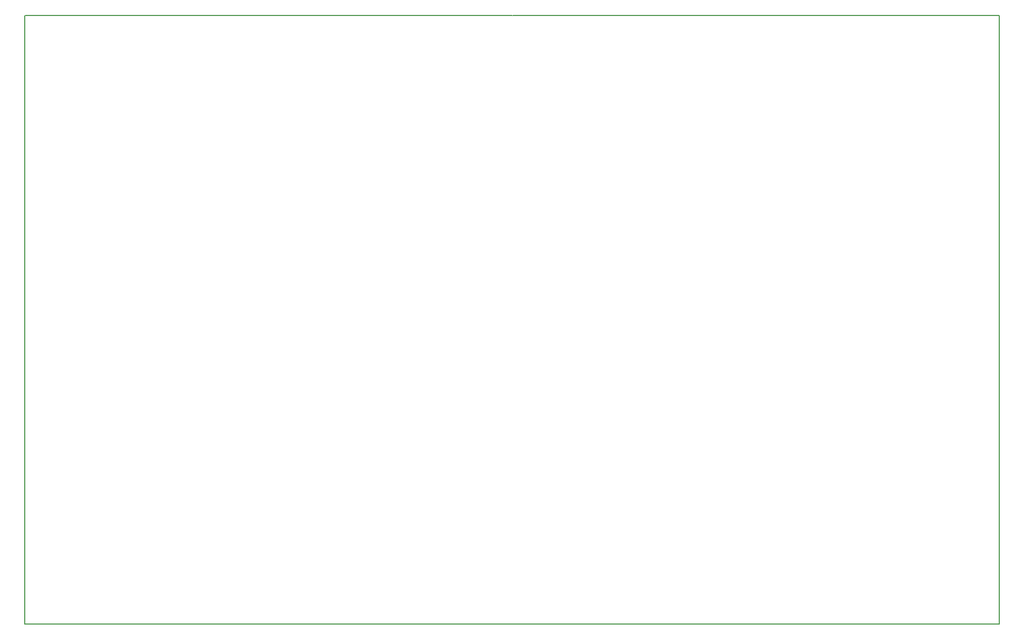
<source format=gbr>
%TF.GenerationSoftware,KiCad,Pcbnew,4.0.7*%
%TF.CreationDate,2018-07-03T10:31:09+02:00*%
%TF.ProjectId,smd_aio,736D645F61696F2E6B696361645F7063,rev?*%
%TF.FileFunction,Other,User*%
%FSLAX46Y46*%
G04 Gerber Fmt 4.6, Leading zero omitted, Abs format (unit mm)*
G04 Created by KiCad (PCBNEW 4.0.7) date Tuesday, 03 July 2018 'AMt' 10:31:09*
%MOMM*%
%LPD*%
G01*
G04 APERTURE LIST*
%ADD10C,0.100000*%
%ADD11C,0.200000*%
G04 APERTURE END LIST*
D10*
D11*
X18776000Y-117013000D02*
X18776000Y-17013000D01*
X178801000Y-117013000D02*
X18776000Y-117013000D01*
X178801000Y-17038000D02*
X178801000Y-117013000D01*
X98876000Y-17038000D02*
X178801000Y-17038000D01*
X98806000Y-17018000D02*
X18796000Y-17018000D01*
M02*

</source>
